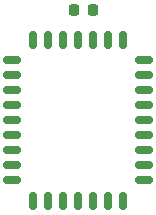
<source format=gbr>
G04 #@! TF.GenerationSoftware,KiCad,Pcbnew,(6.0.1-0)*
G04 #@! TF.CreationDate,2022-03-14T10:45:46-04:00*
G04 #@! TF.ProjectId,MBC1-PLCC32,4d424331-2d50-44c4-9343-33322e6b6963,rev?*
G04 #@! TF.SameCoordinates,Original*
G04 #@! TF.FileFunction,Paste,Top*
G04 #@! TF.FilePolarity,Positive*
%FSLAX46Y46*%
G04 Gerber Fmt 4.6, Leading zero omitted, Abs format (unit mm)*
G04 Created by KiCad (PCBNEW (6.0.1-0)) date 2022-03-14 10:45:46*
%MOMM*%
%LPD*%
G01*
G04 APERTURE LIST*
G04 Aperture macros list*
%AMRoundRect*
0 Rectangle with rounded corners*
0 $1 Rounding radius*
0 $2 $3 $4 $5 $6 $7 $8 $9 X,Y pos of 4 corners*
0 Add a 4 corners polygon primitive as box body*
4,1,4,$2,$3,$4,$5,$6,$7,$8,$9,$2,$3,0*
0 Add four circle primitives for the rounded corners*
1,1,$1+$1,$2,$3*
1,1,$1+$1,$4,$5*
1,1,$1+$1,$6,$7*
1,1,$1+$1,$8,$9*
0 Add four rect primitives between the rounded corners*
20,1,$1+$1,$2,$3,$4,$5,0*
20,1,$1+$1,$4,$5,$6,$7,0*
20,1,$1+$1,$6,$7,$8,$9,0*
20,1,$1+$1,$8,$9,$2,$3,0*%
G04 Aperture macros list end*
%ADD10RoundRect,0.150000X-0.150000X-0.587500X0.150000X-0.587500X0.150000X0.587500X-0.150000X0.587500X0*%
%ADD11RoundRect,0.150000X-0.587500X-0.150000X0.587500X-0.150000X0.587500X0.150000X-0.587500X0.150000X0*%
%ADD12RoundRect,0.225000X-0.225000X-0.250000X0.225000X-0.250000X0.225000X0.250000X-0.225000X0.250000X0*%
G04 APERTURE END LIST*
D10*
G04 #@! TO.C,U1*
X112900000Y-51342500D03*
X111630000Y-51342500D03*
X110360000Y-51342500D03*
X109090000Y-51342500D03*
D11*
X107337500Y-53100000D03*
X107337500Y-54370000D03*
X107337500Y-55640000D03*
X107337500Y-56910000D03*
X107337500Y-58180000D03*
X107337500Y-59450000D03*
X107337500Y-60720000D03*
X107337500Y-61990000D03*
X107337500Y-63260000D03*
D10*
X109090000Y-65017500D03*
X110360000Y-65017500D03*
X111630000Y-65017500D03*
X112900000Y-65017500D03*
X114170000Y-65017500D03*
X115440000Y-65017500D03*
X116710000Y-65017500D03*
D11*
X118462500Y-63260000D03*
X118462500Y-61990000D03*
X118462500Y-60720000D03*
X118462500Y-59450000D03*
X118462500Y-58180000D03*
X118462500Y-56910000D03*
X118462500Y-55640000D03*
X118462500Y-54370000D03*
X118462500Y-53100000D03*
D10*
X116710000Y-51342500D03*
X115440000Y-51342500D03*
X114170000Y-51342500D03*
G04 #@! TD*
D12*
G04 #@! TO.C,R1*
X112585000Y-48850000D03*
X114135000Y-48850000D03*
G04 #@! TD*
M02*

</source>
